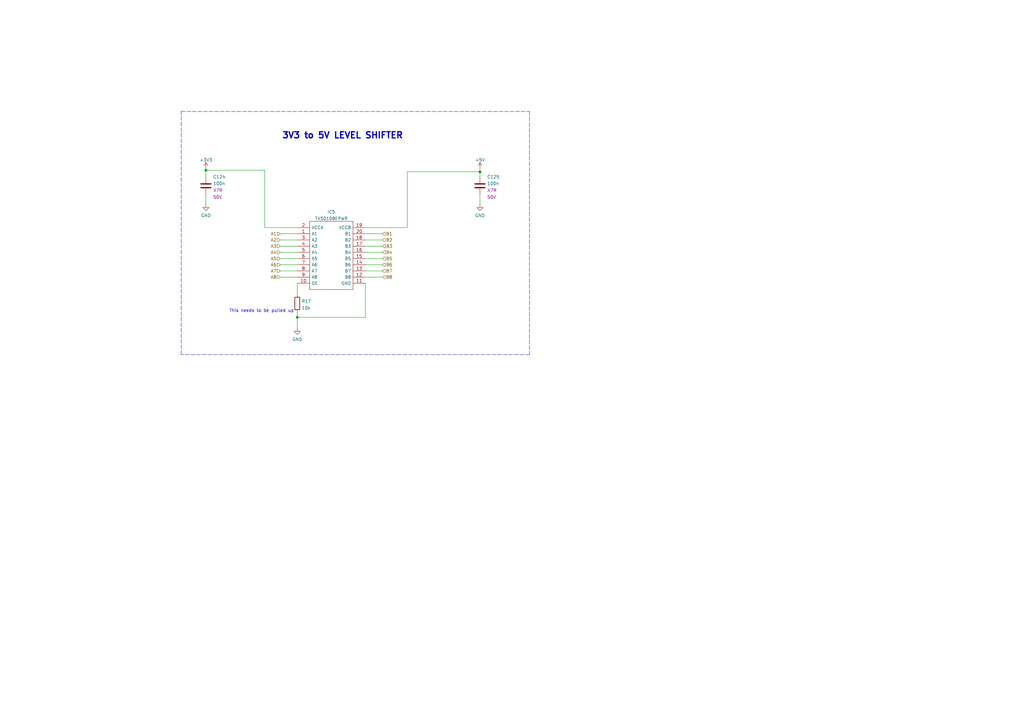
<source format=kicad_sch>
(kicad_sch (version 20211123) (generator eeschema)
  (paper "A3")
  (title_block (title "Masa") (date "2022-12-23") (rev "A"))
  (lib_symbols
    (symbol "Capacitor_JLC:100n" (pin_numbers hide) (pin_names (offset 0.254))
      (property "Reference" "C" (at 3.175 3.175 0))
      (property "Value" "100n" (at 3.175 1.27 0))
      (property "Type" "X7R" (at 5.08 -3.175 0))
      (property "Voltage" "50V" (at 5.08 -1.27 0))
      (symbol "100n_0_1"
        (polyline (pts (xy -2.032 -0.762) (xy 2.032 -0.762)) (stroke (width 0.508)))
        (polyline (pts (xy -2.032 0.762) (xy 2.032 0.762)) (stroke (width 0.508)))
      )
      (symbol "100n_1_1"
        (pin passive line (at 0 3.81 270) (length 2.794) (name "~") (number "1"))
        (pin passive line (at 0 -3.81 90) (length 2.794) (name "~") (number "2"))
      )
    )
    (symbol "LevelShifter_JLC:TXS0108EPWR" (pin_names (offset 0.762))
      (property "Reference" "IC" (at 24.13 7.62 0))
      (property "Value" "TXS0108EPWR" (at 24.13 2.54 0))
      (symbol "TXS0108EPWR_0_0"
        (pin passive line (at 0 -2.54 0) (length 5.08) (name "A1") (number "1"))
        (pin passive line (at 0 -22.86 0) (length 5.08) (name "OE") (number "10"))
        (pin passive line (at 27.94 -22.86 180) (length 5.08) (name "GND") (number "11"))
        (pin passive line (at 27.94 -20.32 180) (length 5.08) (name "B8") (number "12"))
        (pin passive line (at 27.94 -17.78 180) (length 5.08) (name "B7") (number "13"))
        (pin passive line (at 27.94 -15.24 180) (length 5.08) (name "B6") (number "14"))
        (pin passive line (at 27.94 -12.7 180) (length 5.08) (name "B5") (number "15"))
        (pin passive line (at 27.94 -10.16 180) (length 5.08) (name "B4") (number "16"))
        (pin passive line (at 27.94 -7.62 180) (length 5.08) (name "B3") (number "17"))
        (pin passive line (at 27.94 -5.08 180) (length 5.08) (name "B2") (number "18"))
        (pin passive line (at 27.94 0 180) (length 5.08) (name "VCCB") (number "19"))
        (pin passive line (at 0 0 0) (length 5.08) (name "VCCA") (number "2"))
        (pin passive line (at 27.94 -2.54 180) (length 5.08) (name "B1") (number "20"))
        (pin passive line (at 0 -5.08 0) (length 5.08) (name "A2") (number "3"))
        (pin passive line (at 0 -7.62 0) (length 5.08) (name "A3") (number "4"))
        (pin passive line (at 0 -10.16 0) (length 5.08) (name "A4") (number "5"))
        (pin passive line (at 0 -12.7 0) (length 5.08) (name "A5") (number "6"))
        (pin passive line (at 0 -15.24 0) (length 5.08) (name "A6") (number "7"))
        (pin passive line (at 0 -17.78 0) (length 5.08) (name "A7") (number "8"))
        (pin passive line (at 0 -20.32 0) (length 5.08) (name "A8") (number "9"))
      )
      (symbol "TXS0108EPWR_0_1"
        (polyline (pts (xy 5.08 2.54) (xy 22.86 2.54) (xy 22.86 -25.4) (xy 5.08 -25.4) (xy 5.08 2.54)) (stroke (width 0.1524)))
      )
    )
    (symbol "Resistor_JLC:10k" (pin_numbers hide) (pin_names (offset 0))
      (property "Reference" "R" (at 2.032 0 90))
      (property "Value" "10k" (at 0 0 90))
      (symbol "10k_0_1"
        (rectangle (start -1.016 -2.54) (end 1.016 2.54) (stroke (width 0.254)))
      )
      (symbol "10k_1_1"
        (pin passive line (at 0 3.81 270) (length 1.27) (name "~") (number "1"))
        (pin passive line (at 0 -3.81 90) (length 1.27) (name "~") (number "2"))
      )
    )
    (symbol "power:+3V3" (power) (pin_names (offset 0))
      (property "Value" "+3V3" (at 0 3.556 0))
      (symbol "+3V3_0_1"
        (polyline (pts (xy -0.762 1.27) (xy 0 2.54)))
        (polyline (pts (xy 0 0) (xy 0 2.54)))
        (polyline (pts (xy 0 2.54) (xy 0.762 1.27)))
      )
      (symbol "+3V3_1_1"
        (pin power_in line (at 0 0 90) (length 0) hide (name "+3V3") (number "1"))
      )
    )
    (symbol "power:+5V" (power) (pin_names (offset 0))
      (property "Value" "+5V" (at 0 3.556 0))
      (symbol "+5V_0_1"
        (polyline (pts (xy -0.762 1.27) (xy 0 2.54)))
        (polyline (pts (xy 0 0) (xy 0 2.54)))
        (polyline (pts (xy 0 2.54) (xy 0.762 1.27)))
      )
      (symbol "+5V_1_1"
        (pin power_in line (at 0 0 90) (length 0) hide (name "+5V") (number "1"))
      )
    )
    (symbol "power:GND" (power) (pin_names (offset 0))
      (property "Value" "GND" (at 0 -3.81 0))
      (symbol "GND_0_1"
        (polyline (pts (xy 0 0) (xy 0 -1.27) (xy 1.27 -1.27) (xy 0 -2.54) (xy -1.27 -1.27) (xy 0 -1.27)))
      )
      (symbol "GND_1_1"
        (pin power_in line (at 0 0 270) (length 0) hide (name "GND") (number "1"))
      )
    )
  )
  (junction (at 121.92 130.175))
  (junction (at 196.85 70.485))
  (junction (at 84.455 69.85))
  (wire (pts (xy 149.86 98.425) (xy 156.845 98.425)))
  (wire (pts (xy 149.86 111.125) (xy 156.845 111.125)))
  (wire (pts (xy 84.455 69.85) (xy 84.455 72.39)))
  (polyline (pts (xy 217.17 145.415) (xy 74.295 145.415)))
  (polyline (pts (xy 74.295 145.415) (xy 74.295 45.72)))
  (wire (pts (xy 114.935 103.505) (xy 121.92 103.505)))
  (wire (pts (xy 196.85 69.215) (xy 196.85 70.485)))
  (wire (pts (xy 114.935 108.585) (xy 121.92 108.585)))
  (wire (pts (xy 149.86 100.965) (xy 156.845 100.965)))
  (wire (pts (xy 114.935 113.665) (xy 121.92 113.665)))
  (wire (pts (xy 114.935 111.125) (xy 121.92 111.125)))
  (wire (pts (xy 149.86 116.205) (xy 149.86 130.175)))
  (wire (pts (xy 121.92 128.27) (xy 121.92 130.175)))
  (wire (pts (xy 149.86 93.345) (xy 167.005 93.345)))
  (wire (pts (xy 84.455 80.01) (xy 84.455 83.82)))
  (wire (pts (xy 196.85 70.485) (xy 196.85 72.39)))
  (wire (pts (xy 149.86 95.885) (xy 156.845 95.885)))
  (polyline (pts (xy 217.17 45.72) (xy 217.17 145.415)))
  (wire (pts (xy 149.86 130.175) (xy 121.92 130.175)))
  (wire (pts (xy 114.935 95.885) (xy 121.92 95.885)))
  (wire (pts (xy 149.86 106.045) (xy 156.845 106.045)))
  (wire (pts (xy 149.86 113.665) (xy 156.845 113.665)))
  (wire (pts (xy 108.585 69.85) (xy 84.455 69.85)))
  (wire (pts (xy 114.935 100.965) (xy 121.92 100.965)))
  (wire (pts (xy 167.005 70.485) (xy 196.85 70.485)))
  (wire (pts (xy 196.85 80.01) (xy 196.85 83.82)))
  (wire (pts (xy 167.005 93.345) (xy 167.005 70.485)))
  (wire (pts (xy 108.585 93.345) (xy 108.585 69.85)))
  (wire (pts (xy 114.935 106.045) (xy 121.92 106.045)))
  (wire (pts (xy 149.86 103.505) (xy 156.845 103.505)))
  (wire (pts (xy 84.455 69.215) (xy 84.455 69.85)))
  (wire (pts (xy 121.92 116.205) (xy 121.92 120.65)))
  (wire (pts (xy 121.92 130.175) (xy 121.92 134.62)))
  (wire (pts (xy 114.935 98.425) (xy 121.92 98.425)))
  (polyline (pts (xy 74.295 45.72) (xy 217.17 45.72)))
  (wire (pts (xy 121.92 93.345) (xy 108.585 93.345)))
  (wire (pts (xy 149.86 108.585) (xy 156.845 108.585)))
  (text "3V3 to 5V LEVEL SHIFTER" (at 115.57 57.15 0) (effects (font (size 2.54 2.54) (thickness 0.508) bold) (justify left bottom)))
  (text "This needs to be pulled up" (at 93.98 128.27 0) (effects (font (size 1.27 1.27)) (justify left bottom)))
  (hierarchical_label "B4" (shape input) (at 156.845 103.505 0))
  (hierarchical_label "B2" (shape input) (at 156.845 98.425 0))
  (hierarchical_label "A4" (shape input) (at 114.935 103.505 180))
  (hierarchical_label "B5" (shape input) (at 156.845 106.045 0))
  (hierarchical_label "A3" (shape input) (at 114.935 100.965 180))
  (hierarchical_label "B8" (shape input) (at 156.845 113.665 0))
  (hierarchical_label "A6" (shape input) (at 114.935 108.585 180))
  (hierarchical_label "A1" (shape input) (at 114.935 95.885 180))
  (hierarchical_label "A8" (shape input) (at 114.935 113.665 180))
  (hierarchical_label "B3" (shape input) (at 156.845 100.965 0))
  (hierarchical_label "B1" (shape input) (at 156.845 95.885 0))
  (hierarchical_label "B7" (shape input) (at 156.845 111.125 0))
  (hierarchical_label "A7" (shape input) (at 114.935 111.125 180))
  (hierarchical_label "A5" (shape input) (at 114.935 106.045 180))
  (hierarchical_label "B6" (shape input) (at 156.845 108.585 0))
  (hierarchical_label "A2" (shape input) (at 114.935 98.425 180))
  (symbol (lib_id "power:+5V") (at 196.85 69.215 0) (unit 1)
    (property "Reference" "#PWR0427" (effects hide))
    (property "Value" "+5V" (at 196.85 65.6105 0))
  )
  (symbol (lib_id "power:GND") (at 84.455 83.82 0) (unit 1)
    (property "Reference" "#PWR0426" (effects hide))
    (property "Value" "GND" (at 84.455 88.3825 0))
  )
  (symbol (lib_id "power:+3V3") (at 84.455 69.215 0) (unit 1)
    (property "Reference" "#PWR0424" (effects hide))
    (property "Value" "+3V3" (at 84.455 65.6105 0))
  )
  (symbol (lib_id "Resistor_JLC:10k") (at 121.92 124.46 180) (unit 1)
    (property "Reference" "R17" (at 123.698 123.5515 0) (effects (justify right)))
    (property "Value" "10k" (at 123.698 126.3266 0) (effects (justify right)))
    (property "Footprint" "Resistor_SMD:R_0402_1005Metric" (effects hide))
    (property "LCSC" "C25744" (effects hide))
  )
  (symbol (lib_id "Capacitor_JLC:100n") (at 84.455 76.2 0) (unit 1)
    (property "Reference" "C124" (at 87.376 72.5164 0) (effects (justify left)))
    (property "Value" "100n" (at 87.376 75.2915 0) (effects (justify left)))
    (property "Footprint" "Capacitor_SMD:C_0402_1005Metric" (effects hide))
    (property "Type" "X7R" (at 87.376 78.0666 0) (effects (justify left)))
    (property "LCSC" "C307331" (effects hide))
    (property "Voltage" "50V" (at 87.376 80.8417 0) (effects (justify left)))
  )
  (symbol (lib_id "power:GND") (at 121.92 134.62 0) (unit 1)
    (property "Reference" "#PWR0425" (effects hide))
    (property "Value" "GND" (at 121.92 139.1825 0))
  )
  (symbol (lib_id "power:GND") (at 196.85 83.82 0) (unit 1)
    (property "Reference" "#PWR0428" (effects hide))
    (property "Value" "GND" (at 196.85 88.3825 0))
  )
  (symbol (lib_id "LevelShifter_JLC:TXS0108EPWR") (at 121.92 93.345 0) (unit 1)
    (property "Reference" "IC5" (at 135.89 86.8893 0))
    (property "Value" "TXS0108EPWR" (at 135.89 89.6644 0))
    (property "Footprint" "SOP65P640X120-20N" (effects hide))
    (property "Datasheet" "http://www.ti.com/lit/ds/symlink/txs0108e.pdf" (effects hide))
    (property "Description" "TXS0108EPWR, Voltage Level Translator, Open Drain 1.2  3.6 V, 1.65  5.5 V 20-Pin TSSOP" (effects hide))
    (property "Height" "1.2" (effects hide))
    (property "Manufacturer_Name" "Texas Instruments" (effects hide))
    (property "Manufacturer_Part_Number" "TXS0108EPWR" (effects hide))
    (property "Mouser Part Number" "595-TXS0108EPWR" (effects hide))
    (property "Mouser Price/Stock" "https://www.mouser.co.uk/ProductDetail/Texas-Instruments/TXS0108EPWR?qs=IUbkBnfnSQLgiWtCbWtYOw%3D%3D" (effects hide))
    (property "Arrow Part Number" "TXS0108EPWR" (effects hide))
    (property "Arrow Price/Stock" "https://www.arrow.com/en/products/txs0108epwr/texas-instruments?region=nac" (effects hide))
    (property "LCSC" "C17206" (effects hide))
  )
  (symbol (lib_id "Capacitor_JLC:100n") (at 196.85 76.2 0) (unit 1)
    (property "Reference" "C125" (at 199.771 72.5164 0) (effects (justify left)))
    (property "Value" "100n" (at 199.771 75.2915 0) (effects (justify left)))
    (property "Footprint" "Capacitor_SMD:C_0402_1005Metric" (effects hide))
    (property "Type" "X7R" (at 199.771 78.0666 0) (effects (justify left)))
    (property "LCSC" "C307331" (effects hide))
    (property "Voltage" "50V" (at 199.771 80.8417 0) (effects (justify left)))
  )
)
</source>
